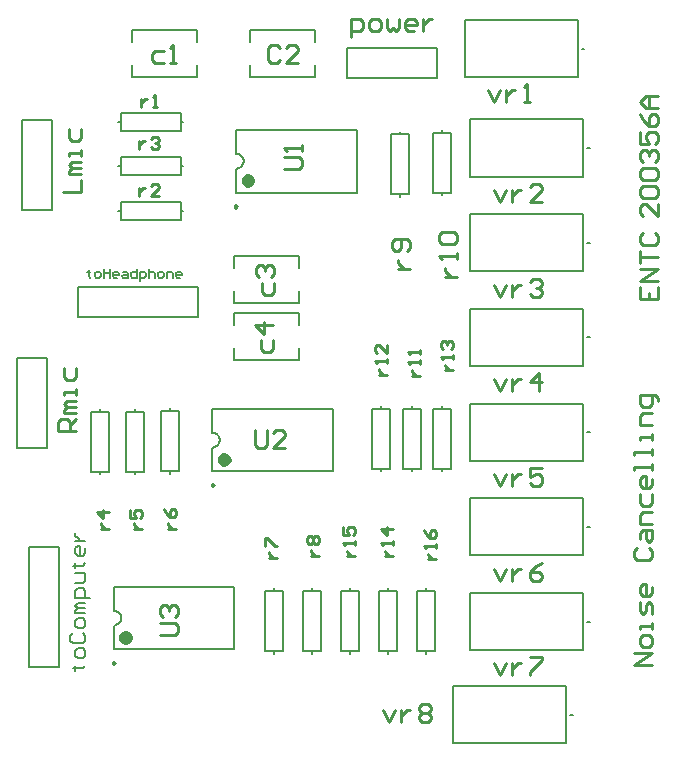
<source format=gto>
G04*
G04 #@! TF.GenerationSoftware,Altium Limited,Altium Designer,23.0.1 (38)*
G04*
G04 Layer_Color=65535*
%FSLAX25Y25*%
%MOIN*%
G70*
G04*
G04 #@! TF.SameCoordinates,7B218C2A-F859-486B-BE56-2060E057D8DB*
G04*
G04*
G04 #@! TF.FilePolarity,Positive*
G04*
G01*
G75*
%ADD10C,0.00787*%
%ADD11C,0.02362*%
%ADD12C,0.00984*%
%ADD13C,0.00500*%
%ADD14C,0.01000*%
%ADD15C,0.00600*%
D10*
X191181Y19875D02*
X190394D01*
X191181D01*
X196815Y50871D02*
X196028D01*
X196815D01*
Y82443D02*
X196028D01*
X196815D01*
Y114014D02*
X196028D01*
X196815D01*
Y145586D02*
X196028D01*
X196815D01*
Y177157D02*
X196028D01*
X196815D01*
Y208729D02*
X196028D01*
X196815D01*
X195063Y241800D02*
X194276D01*
X195063D01*
X38110Y49485D02*
X39067Y49675D01*
X39878Y50217D01*
X40420Y51028D01*
X40610Y51985D01*
X40420Y52942D01*
X39878Y53753D01*
X39067Y54295D01*
X38110Y54485D01*
X78921Y201800D02*
X79878Y201990D01*
X80689Y202532D01*
X81231Y203343D01*
X81421Y204300D01*
X81231Y205257D01*
X80689Y206068D01*
X79878Y206610D01*
X78921Y206800D01*
X71047Y108863D02*
X72004Y109053D01*
X72815Y109595D01*
X73357Y110406D01*
X73547Y111363D01*
X73357Y112320D01*
X72815Y113131D01*
X72004Y113673D01*
X71047Y113863D01*
X66118Y152501D02*
Y162501D01*
X26118Y152501D02*
X66118D01*
X26118Y162501D02*
X66118D01*
X26118Y152501D02*
Y162501D01*
X145900Y231900D02*
Y241900D01*
X115900Y231900D02*
X145900D01*
X115900D02*
Y241900D01*
X145900D01*
X133500Y213300D02*
Y214200D01*
Y192400D02*
Y193300D01*
Y213300D02*
X136500D01*
Y193300D02*
Y213300D01*
X130500Y193300D02*
X136500D01*
X130500D02*
Y213300D01*
X133500D01*
X83598Y248052D02*
X105252D01*
Y232304D02*
Y236339D01*
Y244017D02*
Y248052D01*
X83598Y232304D02*
X105252D01*
X83598D02*
Y236339D01*
Y244017D02*
Y248052D01*
X44228D02*
X65882D01*
Y232304D02*
Y236339D01*
Y244017D02*
Y248052D01*
X44228Y232304D02*
X65882D01*
X44228D02*
Y236339D01*
Y244017D02*
Y248052D01*
X39600Y187800D02*
X40500D01*
X60500D02*
X61400D01*
X40500D02*
Y190800D01*
X60500D01*
Y184800D02*
Y190800D01*
X40500Y184800D02*
X60500D01*
X40500D02*
Y187800D01*
X39600Y202550D02*
X40500D01*
X60500D02*
X61400D01*
X40500D02*
Y205550D01*
X60500D01*
Y199550D02*
Y205550D01*
X40500Y199550D02*
X60500D01*
X40500D02*
Y202550D01*
X39600Y217300D02*
X40500D01*
X60500D02*
X61400D01*
X40500D02*
Y220300D01*
X60500D01*
Y214300D02*
Y220300D01*
X40500Y214300D02*
X60500D01*
X40500D02*
Y217300D01*
X78268Y41552D02*
Y62418D01*
X38110Y54485D02*
Y62418D01*
Y41552D02*
Y49485D01*
Y62418D02*
X78268D01*
X38110Y41552D02*
X78268D01*
X119079Y193867D02*
Y214733D01*
X78921Y206800D02*
Y214733D01*
Y193867D02*
Y201800D01*
Y214733D02*
X119079D01*
X78921Y193867D02*
X119079D01*
X7600Y187900D02*
X17600D01*
X7600D02*
Y217900D01*
X17600D01*
Y187900D02*
Y217900D01*
X6000Y108800D02*
X16000D01*
X6000D02*
Y138800D01*
X16000D01*
Y108800D02*
Y138800D01*
X10000Y75800D02*
X20000D01*
Y35800D02*
Y75800D01*
X10000Y35800D02*
Y75800D01*
Y35800D02*
X20000D01*
X142189Y60985D02*
Y61885D01*
Y40085D02*
Y40985D01*
Y60985D02*
X145189D01*
Y40985D02*
Y60985D01*
X139189Y40985D02*
X145189D01*
X139189D02*
Y60985D01*
X142189D01*
X129564Y40085D02*
Y40985D01*
Y60985D02*
Y61885D01*
X126564Y40985D02*
X129564D01*
X126564D02*
Y60985D01*
X132564D01*
Y40985D02*
Y60985D01*
X129564Y40985D02*
X132564D01*
X116939Y40085D02*
Y40985D01*
Y60985D02*
Y61885D01*
X113939Y40985D02*
X116939D01*
X113939D02*
Y60985D01*
X119939D01*
Y40985D02*
Y60985D01*
X116939Y40985D02*
X119939D01*
X104314Y60985D02*
Y61885D01*
Y40085D02*
Y40985D01*
Y60985D02*
X107314D01*
Y40985D02*
Y60985D01*
X101314Y40985D02*
X107314D01*
X101314D02*
Y60985D01*
X104314D01*
X91689Y40085D02*
Y40985D01*
Y60985D02*
Y61885D01*
X88689Y40985D02*
X91689D01*
X88689D02*
Y60985D01*
X94689D01*
Y40985D02*
Y60985D01*
X91689Y40985D02*
X94689D01*
X78205Y172674D02*
X99858D01*
Y156926D02*
Y160961D01*
Y168639D02*
Y172674D01*
X78205Y156926D02*
X99858D01*
X78205D02*
Y160961D01*
Y168639D02*
Y172674D01*
X78362Y153674D02*
X100016D01*
Y137926D02*
Y141961D01*
Y149639D02*
Y153674D01*
X78362Y137926D02*
X100016D01*
X78362D02*
Y141961D01*
Y149639D02*
Y153674D01*
X137626Y100969D02*
Y101869D01*
Y121869D02*
Y122769D01*
X134626Y101869D02*
X137626D01*
X134626D02*
Y121869D01*
X140626D01*
Y101869D02*
Y121869D01*
X137626Y101869D02*
X140626D01*
X127126Y121869D02*
Y122769D01*
Y100969D02*
Y101869D01*
Y121869D02*
X130126D01*
Y101869D02*
Y121869D01*
X124126Y101869D02*
X130126D01*
X124126D02*
Y121869D01*
X127126D01*
X147626Y100969D02*
Y101869D01*
Y121869D02*
Y122769D01*
X144626Y101869D02*
X147626D01*
X144626D02*
Y121869D01*
X150626D01*
Y101869D02*
Y121869D01*
X147626Y101869D02*
X150626D01*
X111205Y100930D02*
Y121796D01*
X71047Y113863D02*
Y121796D01*
Y100930D02*
Y108863D01*
Y121796D02*
X111205D01*
X71047Y100930D02*
X111205D01*
X57000Y100200D02*
Y101100D01*
Y121100D02*
Y122000D01*
X54000Y101100D02*
X57000D01*
X54000D02*
Y121100D01*
X60000D01*
Y101100D02*
Y121100D01*
X57000Y101100D02*
X60000D01*
X45126Y120863D02*
Y121763D01*
Y99963D02*
Y100863D01*
Y120863D02*
X48126D01*
Y100863D02*
Y120863D01*
X42126Y100863D02*
X48126D01*
X42126D02*
Y120863D01*
X45126D01*
X33626D02*
Y121763D01*
Y99963D02*
Y100863D01*
Y120863D02*
X36626D01*
Y100863D02*
Y120863D01*
X30626Y100863D02*
X36626D01*
X30626D02*
Y120863D01*
X33626D01*
X147500Y192900D02*
Y193800D01*
Y213800D02*
Y214700D01*
X144500Y193800D02*
X147500D01*
X144500D02*
Y213800D01*
X150500D01*
Y193800D02*
Y213800D01*
X147500Y193800D02*
X150500D01*
D11*
X43228Y45489D02*
X42784Y46412D01*
X41784Y46641D01*
X40983Y46001D01*
Y44976D01*
X41784Y44337D01*
X42784Y44566D01*
X43228Y45489D01*
X84039Y197804D02*
X83595Y198727D01*
X82595Y198955D01*
X81794Y198316D01*
Y197292D01*
X82595Y196652D01*
X83595Y196880D01*
X84039Y197804D01*
X76165Y104867D02*
X75721Y105790D01*
X74721Y106018D01*
X73920Y105379D01*
Y104355D01*
X74721Y103715D01*
X75721Y103944D01*
X76165Y104867D01*
D12*
X38563Y36985D02*
X37825Y37411D01*
Y36559D01*
X38563Y36985D01*
X79374Y189300D02*
X78636Y189726D01*
Y188874D01*
X79374Y189300D01*
X71500Y96363D02*
X70762Y96789D01*
Y95937D01*
X71500Y96363D01*
D13*
X151358Y10347D02*
X188878D01*
X151358D02*
Y29363D01*
X188878Y10347D02*
Y29363D01*
X151358D02*
X188878D01*
X156992Y41344D02*
X194512D01*
X156992D02*
Y60360D01*
X194512Y41344D02*
Y60360D01*
X156992D02*
X194512D01*
X156992Y72915D02*
X194512D01*
X156992D02*
Y91931D01*
X194512Y72915D02*
Y91931D01*
X156992D02*
X194512D01*
X156992Y104487D02*
X194512D01*
X156992D02*
Y123503D01*
X194512Y104487D02*
Y123503D01*
X156992D02*
X194512D01*
X156992Y136058D02*
X194512D01*
X156992D02*
Y155074D01*
X194512Y136058D02*
Y155074D01*
X156992D02*
X194512D01*
X156992Y167630D02*
X194512D01*
X156992D02*
Y186645D01*
X194512Y167630D02*
Y186645D01*
X156992D02*
X194512D01*
X156992Y199201D02*
X194512D01*
X156992D02*
Y218217D01*
X194512Y199201D02*
Y218217D01*
X156992D02*
X194512D01*
X155240Y232272D02*
X192760D01*
X155240D02*
Y251288D01*
X192760Y232272D02*
Y251288D01*
X155240D02*
X192760D01*
D14*
X213474Y162479D02*
Y158480D01*
X219472D01*
Y162479D01*
X216473Y158480D02*
Y160480D01*
X219472Y164478D02*
X213474D01*
X219472Y168477D01*
X213474D01*
Y170476D02*
Y174475D01*
Y172476D01*
X219472D01*
X214474Y180473D02*
X213474Y179473D01*
Y177474D01*
X214474Y176474D01*
X218473D01*
X219472Y177474D01*
Y179473D01*
X218473Y180473D01*
X219472Y190038D02*
Y186039D01*
X215474Y190038D01*
X214474D01*
X213474Y189038D01*
Y187039D01*
X214474Y186039D01*
Y192037D02*
X213474Y193037D01*
Y195036D01*
X214474Y196036D01*
X218473D01*
X219472Y195036D01*
Y193037D01*
X218473Y192037D01*
X214474D01*
Y198036D02*
X213474Y199035D01*
Y201034D01*
X214474Y202034D01*
X218473D01*
X219472Y201034D01*
Y199035D01*
X218473Y198036D01*
X214474D01*
Y204033D02*
X213474Y205033D01*
Y207033D01*
X214474Y208032D01*
X215474D01*
X216473Y207033D01*
Y206033D01*
Y207033D01*
X217473Y208032D01*
X218473D01*
X219472Y207033D01*
Y205033D01*
X218473Y204033D01*
X213474Y214030D02*
Y210032D01*
X216473D01*
X215474Y212031D01*
Y213031D01*
X216473Y214030D01*
X218473D01*
X219472Y213031D01*
Y211031D01*
X218473Y210032D01*
X213474Y220028D02*
X214474Y218029D01*
X216473Y216030D01*
X218473D01*
X219472Y217029D01*
Y219029D01*
X218473Y220028D01*
X217473D01*
X216473Y219029D01*
Y216030D01*
X219472Y222028D02*
X215474D01*
X213474Y224027D01*
X215474Y226026D01*
X219472D01*
X216473D01*
Y222028D01*
X217473Y36433D02*
X211475D01*
X217473Y40432D01*
X211475D01*
X217473Y43431D02*
Y45430D01*
X216473Y46430D01*
X214474D01*
X213474Y45430D01*
Y43431D01*
X214474Y42431D01*
X216473D01*
X217473Y43431D01*
Y48429D02*
Y50428D01*
Y49429D01*
X213474D01*
Y48429D01*
X217473Y53428D02*
Y56427D01*
X216473Y57426D01*
X215474Y56427D01*
Y54427D01*
X214474Y53428D01*
X213474Y54427D01*
Y57426D01*
X217473Y62425D02*
Y60425D01*
X216473Y59426D01*
X214474D01*
X213474Y60425D01*
Y62425D01*
X214474Y63424D01*
X215474D01*
Y59426D01*
X212475Y75420D02*
X211475Y74421D01*
Y72421D01*
X212475Y71422D01*
X216473D01*
X217473Y72421D01*
Y74421D01*
X216473Y75420D01*
X213474Y78420D02*
Y80419D01*
X214474Y81419D01*
X217473D01*
Y78420D01*
X216473Y77420D01*
X215474Y78420D01*
Y81419D01*
X217473Y83418D02*
X213474D01*
Y86417D01*
X214474Y87417D01*
X217473D01*
X213474Y93415D02*
Y90416D01*
X214474Y89416D01*
X216473D01*
X217473Y90416D01*
Y93415D01*
Y98413D02*
Y96414D01*
X216473Y95414D01*
X214474D01*
X213474Y96414D01*
Y98413D01*
X214474Y99413D01*
X215474D01*
Y95414D01*
X217473Y101412D02*
Y103411D01*
Y102412D01*
X211475D01*
Y101412D01*
X217473Y106410D02*
Y108410D01*
Y107410D01*
X211475D01*
Y106410D01*
X217473Y111409D02*
Y113408D01*
Y112408D01*
X213474D01*
Y111409D01*
X217473Y116407D02*
X213474D01*
Y119406D01*
X214474Y120406D01*
X217473D01*
X219472Y124405D02*
Y125404D01*
X218473Y126404D01*
X213474D01*
Y123405D01*
X214474Y122405D01*
X216473D01*
X217473Y123405D01*
Y126404D01*
X93426Y242177D02*
X92426Y243177D01*
X90426D01*
X89427Y242177D01*
Y238179D01*
X90426Y237179D01*
X92426D01*
X93426Y238179D01*
X99424Y237179D02*
X95425D01*
X99424Y241178D01*
Y242177D01*
X98424Y243177D01*
X96425D01*
X95425Y242177D01*
X128038Y21280D02*
X130037Y17281D01*
X132037Y21280D01*
X134036D02*
Y17281D01*
Y19281D01*
X135036Y20280D01*
X136035Y21280D01*
X137035D01*
X140034Y22280D02*
X141034Y23279D01*
X143033D01*
X144033Y22280D01*
Y21280D01*
X143033Y20280D01*
X144033Y19281D01*
Y18281D01*
X143033Y17281D01*
X141034D01*
X140034Y18281D01*
Y19281D01*
X141034Y20280D01*
X140034Y21280D01*
Y22280D01*
X141034Y20280D02*
X143033D01*
X164774Y36903D02*
X166773Y32904D01*
X168773Y36903D01*
X170772D02*
Y32904D01*
Y34903D01*
X171772Y35903D01*
X172771Y36903D01*
X173771D01*
X176770Y38902D02*
X180769D01*
Y37902D01*
X176770Y33904D01*
Y32904D01*
X164774Y68503D02*
X166773Y64504D01*
X168773Y68503D01*
X170772D02*
Y64504D01*
Y66503D01*
X171772Y67503D01*
X172771Y68503D01*
X173771D01*
X180769Y70502D02*
X178770Y69502D01*
X176770Y67503D01*
Y65504D01*
X177770Y64504D01*
X179769D01*
X180769Y65504D01*
Y66503D01*
X179769Y67503D01*
X176770D01*
X164774Y100103D02*
X166773Y96104D01*
X168773Y100103D01*
X170772D02*
Y96104D01*
Y98103D01*
X171772Y99103D01*
X172771Y100103D01*
X173771D01*
X180769Y102102D02*
X176770D01*
Y99103D01*
X178770Y100103D01*
X179769D01*
X180769Y99103D01*
Y97104D01*
X179769Y96104D01*
X177770D01*
X176770Y97104D01*
X164774Y131703D02*
X166773Y127704D01*
X168773Y131703D01*
X170772D02*
Y127704D01*
Y129703D01*
X171772Y130703D01*
X172771Y131703D01*
X173771D01*
X179769Y127704D02*
Y133702D01*
X176770Y130703D01*
X180769D01*
X164774Y163203D02*
X166773Y159204D01*
X168773Y163203D01*
X170772D02*
Y159204D01*
Y161203D01*
X171772Y162203D01*
X172771Y163203D01*
X173771D01*
X176770Y164202D02*
X177770Y165202D01*
X179769D01*
X180769Y164202D01*
Y163203D01*
X179769Y162203D01*
X178770D01*
X179769D01*
X180769Y161203D01*
Y160204D01*
X179769Y159204D01*
X177770D01*
X176770Y160204D01*
X164774Y194803D02*
X166773Y190804D01*
X168773Y194803D01*
X170772D02*
Y190804D01*
Y192803D01*
X171772Y193803D01*
X172771Y194803D01*
X173771D01*
X180769Y190804D02*
X176770D01*
X180769Y194803D01*
Y195802D01*
X179769Y196802D01*
X177770D01*
X176770Y195802D01*
X163022Y227903D02*
X165021Y223904D01*
X167021Y227903D01*
X169020D02*
Y223904D01*
Y225903D01*
X170020Y226903D01*
X171019Y227903D01*
X172019D01*
X175018Y223904D02*
X177017D01*
X176018D01*
Y229902D01*
X175018Y228902D01*
X53690Y46487D02*
X58688D01*
X59688Y47486D01*
Y49486D01*
X58688Y50485D01*
X53690D01*
X54690Y52485D02*
X53690Y53484D01*
Y55484D01*
X54690Y56483D01*
X55689D01*
X56689Y55484D01*
Y54484D01*
Y55484D01*
X57689Y56483D01*
X58688D01*
X59688Y55484D01*
Y53484D01*
X58688Y52485D01*
X85128Y114862D02*
Y109864D01*
X86127Y108864D01*
X88127D01*
X89126Y109864D01*
Y114862D01*
X95124Y108864D02*
X91126D01*
X95124Y112863D01*
Y113862D01*
X94125Y114862D01*
X92125D01*
X91126Y113862D01*
X95001Y201801D02*
X99999D01*
X100999Y202801D01*
Y204800D01*
X99999Y205800D01*
X95001D01*
X100999Y207799D02*
Y209799D01*
Y208799D01*
X95001D01*
X96001Y207799D01*
X25499Y114303D02*
X19501D01*
Y117302D01*
X20501Y118302D01*
X22500D01*
X23500Y117302D01*
Y114303D01*
Y116303D02*
X25499Y118302D01*
Y120301D02*
X21500D01*
Y121301D01*
X22500Y122301D01*
X25499D01*
X22500D01*
X21500Y123301D01*
X22500Y124300D01*
X25499D01*
Y126300D02*
Y128299D01*
Y127299D01*
X21500D01*
Y126300D01*
Y135297D02*
Y132298D01*
X22500Y131298D01*
X24499D01*
X25499Y132298D01*
Y135297D01*
X143033Y71565D02*
X145657D01*
X144345D01*
X143689Y72221D01*
X143033Y72877D01*
Y73533D01*
X145657Y75501D02*
Y76813D01*
Y76157D01*
X141721D01*
X142377Y75501D01*
X141721Y81405D02*
X142377Y80093D01*
X143689Y78781D01*
X145001D01*
X145657Y79437D01*
Y80749D01*
X145001Y81405D01*
X144345D01*
X143689Y80749D01*
Y78781D01*
X116033Y72565D02*
X118657D01*
X117345D01*
X116689Y73221D01*
X116033Y73877D01*
Y74533D01*
X118657Y76501D02*
Y77813D01*
Y77157D01*
X114721D01*
X115377Y76501D01*
X114721Y82405D02*
Y79781D01*
X116689D01*
X116033Y81093D01*
Y81749D01*
X116689Y82405D01*
X118001D01*
X118657Y81749D01*
Y80437D01*
X118001Y79781D01*
X128533Y72565D02*
X131157D01*
X129845D01*
X129189Y73221D01*
X128533Y73877D01*
Y74533D01*
X131157Y76501D02*
Y77813D01*
Y77157D01*
X127221D01*
X127877Y76501D01*
X131157Y81749D02*
X127221D01*
X129189Y79781D01*
Y82405D01*
X148470Y134567D02*
X151094D01*
X149782D01*
X149126Y135223D01*
X148470Y135879D01*
Y136535D01*
X151094Y138503D02*
Y139815D01*
Y139159D01*
X147158D01*
X147814Y138503D01*
Y141782D02*
X147158Y142438D01*
Y143750D01*
X147814Y144406D01*
X148470D01*
X149126Y143750D01*
Y143094D01*
Y143750D01*
X149782Y144406D01*
X150438D01*
X151094Y143750D01*
Y142438D01*
X150438Y141782D01*
X126470Y133067D02*
X129094D01*
X127782D01*
X127126Y133723D01*
X126470Y134379D01*
Y135035D01*
X129094Y137003D02*
Y138315D01*
Y137659D01*
X125158D01*
X125814Y137003D01*
X129094Y142906D02*
Y140282D01*
X126470Y142906D01*
X125814D01*
X125158Y142250D01*
Y140938D01*
X125814Y140282D01*
X137470Y132723D02*
X140094D01*
X138782D01*
X138126Y133379D01*
X137470Y134035D01*
Y134691D01*
X140094Y136659D02*
Y137971D01*
Y137315D01*
X136158D01*
X136814Y136659D01*
X140094Y139939D02*
Y141251D01*
Y140595D01*
X136158D01*
X136814Y139939D01*
X148544Y165751D02*
X152542D01*
X150543D01*
X149543Y166751D01*
X148544Y167751D01*
Y168750D01*
X152542Y171749D02*
Y173749D01*
Y172749D01*
X146544D01*
X147544Y171749D01*
Y176748D02*
X146544Y177747D01*
Y179747D01*
X147544Y180746D01*
X151543D01*
X152542Y179747D01*
Y177747D01*
X151543Y176748D01*
X147544D01*
X132796Y168250D02*
X136794D01*
X134795D01*
X133795Y169250D01*
X132796Y170250D01*
Y171249D01*
X135795Y174249D02*
X136794Y175248D01*
Y177248D01*
X135795Y178247D01*
X131796D01*
X130796Y177248D01*
Y175248D01*
X131796Y174249D01*
X132796D01*
X133795Y175248D01*
Y178247D01*
X104033Y72705D02*
X106657D01*
X105345D01*
X104689Y73361D01*
X104033Y74017D01*
Y74673D01*
X103377Y76641D02*
X102721Y77297D01*
Y78609D01*
X103377Y79265D01*
X104033D01*
X104689Y78609D01*
X105345Y79265D01*
X106001D01*
X106657Y78609D01*
Y77297D01*
X106001Y76641D01*
X105345D01*
X104689Y77297D01*
X104033Y76641D01*
X103377D01*
X104689Y77297D02*
Y78609D01*
X90033Y72205D02*
X92657D01*
X91345D01*
X90689Y72861D01*
X90033Y73517D01*
Y74173D01*
X88721Y76141D02*
Y78765D01*
X89377D01*
X92001Y76141D01*
X92657D01*
X56344Y81720D02*
X58968D01*
X57656D01*
X57000Y82376D01*
X56344Y83032D01*
Y83688D01*
X55032Y88280D02*
X55688Y86968D01*
X57000Y85656D01*
X58312D01*
X58968Y86312D01*
Y87624D01*
X58312Y88280D01*
X57656D01*
X57000Y87624D01*
Y85656D01*
X44970Y81583D02*
X47594D01*
X46282D01*
X45626Y82239D01*
X44970Y82895D01*
Y83551D01*
X43658Y88143D02*
Y85519D01*
X45626D01*
X44970Y86831D01*
Y87487D01*
X45626Y88143D01*
X46938D01*
X47594Y87487D01*
Y86175D01*
X46938Y85519D01*
X33970Y81583D02*
X36594D01*
X35282D01*
X34626Y82239D01*
X33970Y82895D01*
Y83551D01*
X36594Y87487D02*
X32658D01*
X34626Y85519D01*
Y88143D01*
X46720Y210956D02*
Y208332D01*
Y209644D01*
X47376Y210300D01*
X48032Y210956D01*
X48688D01*
X50656Y211612D02*
X51312Y212268D01*
X52624D01*
X53280Y211612D01*
Y210956D01*
X52624Y210300D01*
X51968D01*
X52624D01*
X53280Y209644D01*
Y208988D01*
X52624Y208332D01*
X51312D01*
X50656Y208988D01*
X46720Y195456D02*
Y192832D01*
Y194144D01*
X47376Y194800D01*
X48032Y195456D01*
X48688D01*
X53280Y192832D02*
X50656D01*
X53280Y195456D01*
Y196112D01*
X52624Y196768D01*
X51312D01*
X50656Y196112D01*
X47376Y224956D02*
Y222332D01*
Y223644D01*
X48032Y224300D01*
X48688Y224956D01*
X49344D01*
X51312Y222332D02*
X52624D01*
X51968D01*
Y226268D01*
X51312Y225612D01*
X117404Y245712D02*
Y251710D01*
X120404D01*
X121403Y250710D01*
Y248711D01*
X120404Y247711D01*
X117404D01*
X124402D02*
X126401D01*
X127401Y248711D01*
Y250710D01*
X126401Y251710D01*
X124402D01*
X123403Y250710D01*
Y248711D01*
X124402Y247711D01*
X129401Y251710D02*
Y248711D01*
X130400Y247711D01*
X131400Y248711D01*
X132400Y247711D01*
X133399Y248711D01*
Y251710D01*
X138398Y247711D02*
X136398D01*
X135399Y248711D01*
Y250710D01*
X136398Y251710D01*
X138398D01*
X139397Y250710D01*
Y249711D01*
X135399D01*
X141397Y251710D02*
Y247711D01*
Y249711D01*
X142396Y250710D01*
X143396Y251710D01*
X144396D01*
X21101Y193903D02*
X27099D01*
Y197902D01*
Y199901D02*
X23100D01*
Y200901D01*
X24100Y201901D01*
X27099D01*
X24100D01*
X23100Y202901D01*
X24100Y203900D01*
X27099D01*
Y205900D02*
Y207899D01*
Y206899D01*
X23100D01*
Y205900D01*
Y214897D02*
Y211898D01*
X24100Y210898D01*
X26099D01*
X27099Y211898D01*
Y214897D01*
X87189Y144800D02*
Y141801D01*
X88189Y140802D01*
X90188D01*
X91188Y141801D01*
Y144800D01*
Y149799D02*
X85190D01*
X88189Y146800D01*
Y150798D01*
X87532Y163800D02*
Y160801D01*
X88532Y159802D01*
X90531D01*
X91531Y160801D01*
Y163800D01*
X86532Y165800D02*
X85532Y166799D01*
Y168799D01*
X86532Y169798D01*
X87532D01*
X88532Y168799D01*
Y167799D01*
Y168799D01*
X89531Y169798D01*
X90531D01*
X91531Y168799D01*
Y166799D01*
X90531Y165800D01*
X55055Y241178D02*
X52056D01*
X51056Y240178D01*
Y238179D01*
X52056Y237179D01*
X55055D01*
X57055D02*
X59054D01*
X58054D01*
Y243177D01*
X57055Y242177D01*
D15*
X29873Y168000D02*
Y167500D01*
X29373D01*
X30373D01*
X29873D01*
Y166001D01*
X30373Y165501D01*
X32372D02*
X33372D01*
X33872Y166001D01*
Y167001D01*
X33372Y167500D01*
X32372D01*
X31872Y167001D01*
Y166001D01*
X32372Y165501D01*
X34871Y168500D02*
Y165501D01*
Y167001D01*
X36871D01*
Y168500D01*
Y165501D01*
X39370D02*
X38370D01*
X37870Y166001D01*
Y167001D01*
X38370Y167500D01*
X39370D01*
X39870Y167001D01*
Y166501D01*
X37870D01*
X41369Y167500D02*
X42369D01*
X42869Y167001D01*
Y165501D01*
X41369D01*
X40870Y166001D01*
X41369Y166501D01*
X42869D01*
X45868Y168500D02*
Y165501D01*
X44368D01*
X43868Y166001D01*
Y167001D01*
X44368Y167500D01*
X45868D01*
X46867Y164501D02*
Y167500D01*
X48367D01*
X48867Y167001D01*
Y166001D01*
X48367Y165501D01*
X46867D01*
X49867Y168500D02*
Y165501D01*
Y167001D01*
X50366Y167500D01*
X51366D01*
X51866Y167001D01*
Y165501D01*
X53365D02*
X54365D01*
X54865Y166001D01*
Y167001D01*
X54365Y167500D01*
X53365D01*
X52866Y167001D01*
Y166001D01*
X53365Y165501D01*
X55865D02*
Y167500D01*
X57364D01*
X57864Y167001D01*
Y165501D01*
X60363D02*
X59364D01*
X58864Y166001D01*
Y167001D01*
X59364Y167500D01*
X60363D01*
X60863Y167001D01*
Y166501D01*
X58864D01*
X24501Y35224D02*
X25334D01*
Y34391D01*
Y36057D01*
Y35224D01*
X27833D01*
X28666Y36057D01*
Y39389D02*
Y41055D01*
X27833Y41888D01*
X26167D01*
X25334Y41055D01*
Y39389D01*
X26167Y38556D01*
X27833D01*
X28666Y39389D01*
X24501Y46887D02*
X23668Y46054D01*
Y44388D01*
X24501Y43554D01*
X27833D01*
X28666Y44388D01*
Y46054D01*
X27833Y46887D01*
X28666Y49386D02*
Y51052D01*
X27833Y51885D01*
X26167D01*
X25334Y51052D01*
Y49386D01*
X26167Y48553D01*
X27833D01*
X28666Y49386D01*
Y53551D02*
X25334D01*
Y54384D01*
X26167Y55217D01*
X28666D01*
X26167D01*
X25334Y56050D01*
X26167Y56884D01*
X28666D01*
X30332Y58550D02*
X25334D01*
Y61049D01*
X26167Y61882D01*
X27833D01*
X28666Y61049D01*
Y58550D01*
X25334Y63548D02*
X27833D01*
X28666Y64381D01*
Y66880D01*
X25334D01*
X24501Y69379D02*
X25334D01*
Y68546D01*
Y70213D01*
Y69379D01*
X27833D01*
X28666Y70213D01*
Y75211D02*
Y73545D01*
X27833Y72712D01*
X26167D01*
X25334Y73545D01*
Y75211D01*
X26167Y76044D01*
X27000D01*
Y72712D01*
X25334Y77710D02*
X28666D01*
X27000D01*
X26167Y78543D01*
X25334Y79376D01*
Y80209D01*
M02*

</source>
